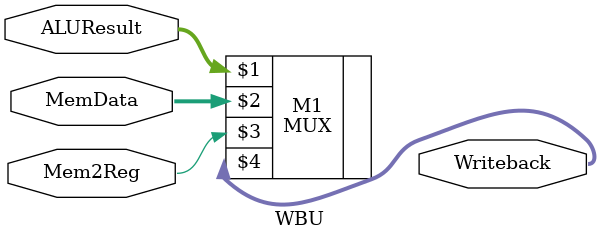
<source format=v>
module WBU (input [63:0] MemData,ALUResult, input Mem2Reg, 
output [63:0] Writeback 
);


MUX M1(ALUResult,MemData, Mem2Reg,Writeback);

endmodule

</source>
